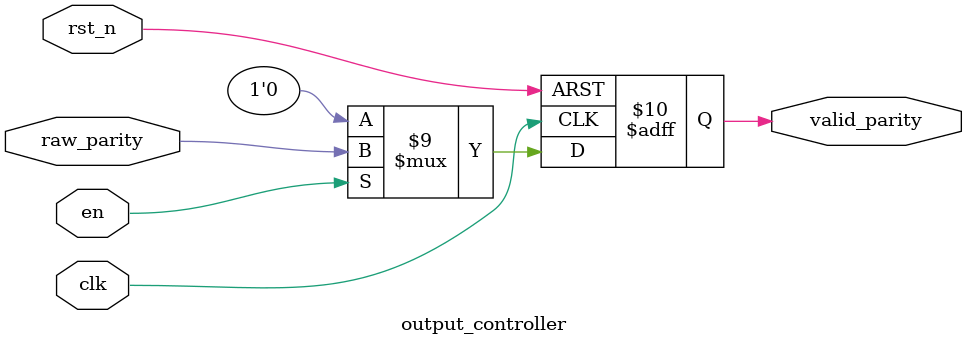
<source format=sv>
module parity_gen_param #(
    parameter WIDTH = 32
)(
    input wire clk,
    input wire rst_n,
    input wire en,
    input wire [WIDTH-1:0] data,
    output reg parity
);

    // 内部信号定义
    wire [WIDTH-1:0] filtered_data;
    wire raw_parity;
    wire valid_parity;
    
    // 数据预处理子模块
    data_preprocessor #(
        .WIDTH(WIDTH)
    ) u_data_preprocessor (
        .clk(clk),
        .rst_n(rst_n),
        .en(en),
        .data_in(data),
        .data_out(filtered_data)
    );

    // 校验位计算子模块
    parity_core #(
        .WIDTH(WIDTH)
    ) u_parity_core (
        .clk(clk),
        .rst_n(rst_n),
        .data(filtered_data),
        .parity(raw_parity)
    );

    // 输出控制子模块
    output_controller u_output_controller (
        .clk(clk),
        .rst_n(rst_n),
        .en(en),
        .raw_parity(raw_parity),
        .valid_parity(valid_parity)
    );

    // 输出寄存器
    always @(posedge clk or negedge rst_n) begin
        if (!rst_n)
            parity <= 1'b0;
        else
            parity <= valid_parity;
    end

endmodule

// 数据预处理子模块
module data_preprocessor #(
    parameter WIDTH = 32
)(
    input wire clk,
    input wire rst_n,
    input wire en,
    input wire [WIDTH-1:0] data_in,
    output reg [WIDTH-1:0] data_out
);

    // 数据同步和过滤
    always @(posedge clk or negedge rst_n) begin
        if (!rst_n)
            data_out <= {WIDTH{1'b0}};
        else if (en)
            data_out <= data_in;
        else
            data_out <= {WIDTH{1'b0}};
    end

endmodule

// 校验位计算子模块
module parity_core #(
    parameter WIDTH = 32
)(
    input wire clk,
    input wire rst_n,
    input wire [WIDTH-1:0] data,
    output reg parity
);

    // 流水线化奇偶校验计算
    reg [WIDTH/2-1:0] stage1;
    reg [WIDTH/4-1:0] stage2;
    reg [WIDTH/8-1:0] stage3;
    
    always @(posedge clk or negedge rst_n) begin
        if (!rst_n) begin
            stage1 <= {(WIDTH/2){1'b0}};
            stage2 <= {(WIDTH/4){1'b0}};
            stage3 <= {(WIDTH/8){1'b0}};
            parity <= 1'b0;
        end
        else begin
            // 第一级流水线
            for (int i = 0; i < WIDTH/2; i++)
                stage1[i] <= data[2*i] ^ data[2*i+1];
                
            // 第二级流水线
            for (int i = 0; i < WIDTH/4; i++)
                stage2[i] <= stage1[2*i] ^ stage1[2*i+1];
                
            // 第三级流水线
            for (int i = 0; i < WIDTH/8; i++)
                stage3[i] <= stage2[2*i] ^ stage2[2*i+1];
                
            // 最终校验位
            parity <= ^stage3;
        end
    end

endmodule

// 输出控制子模块
module output_controller (
    input wire clk,
    input wire rst_n,
    input wire en,
    input wire raw_parity,
    output reg valid_parity
);

    // 输出控制逻辑
    always @(posedge clk or negedge rst_n) begin
        if (!rst_n)
            valid_parity <= 1'b0;
        else
            valid_parity <= en ? raw_parity : 1'b0;
    end

endmodule
</source>
